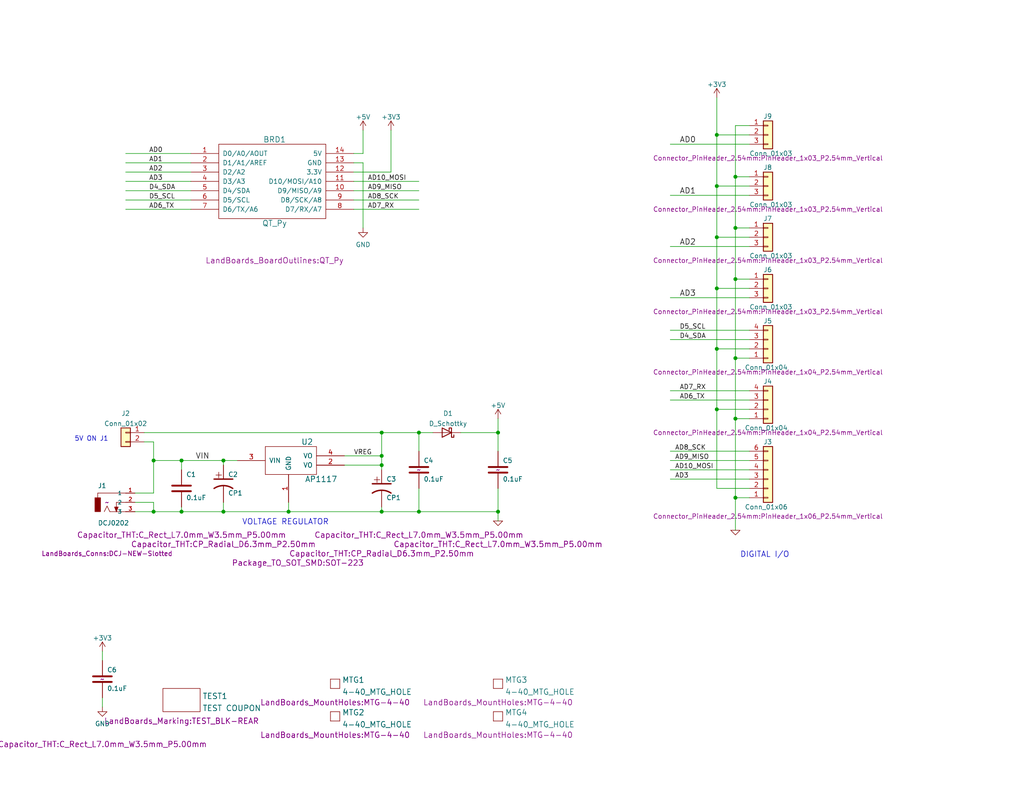
<source format=kicad_sch>
(kicad_sch (version 20211123) (generator eeschema)
  (paper "A")
  (title_block (title "QTPy49") (date "2022-06-02") (rev "1") (company "land-boards.com"))
  (lib_symbols
    (symbol "Connector_Generic:Conn_01x02" (pin_names (offset 1.016) hide)
      (property "Reference" "J" (at 0 2.54 0))
      (property "Value" "Conn_01x02" (at 0 -5.08 0))
      (symbol "Conn_01x02_1_1"
        (rectangle (start -1.27 -2.413) (end 0 -2.667) (stroke (width 0.1524)))
        (rectangle (start -1.27 0.127) (end 0 -0.127) (stroke (width 0.1524)))
        (rectangle (start -1.27 1.27) (end 1.27 -3.81) (stroke (width 0.254)) (fill (type background)))
        (pin passive line (at -5.08 0 0) (length 3.81) (name "Pin_1") (number "1"))
        (pin passive line (at -5.08 -2.54 0) (length 3.81) (name "Pin_2") (number "2"))
      )
    )
    (symbol "Connector_Generic:Conn_01x03" (pin_names (offset 1.016) hide)
      (property "Reference" "J" (at 0 5.08 0))
      (property "Value" "Conn_01x03" (at 0 -5.08 0))
      (symbol "Conn_01x03_1_1"
        (rectangle (start -1.27 -2.413) (end 0 -2.667) (stroke (width 0.1524)))
        (rectangle (start -1.27 0.127) (end 0 -0.127) (stroke (width 0.1524)))
        (rectangle (start -1.27 2.667) (end 0 2.413) (stroke (width 0.1524)))
        (rectangle (start -1.27 3.81) (end 1.27 -3.81) (stroke (width 0.254)) (fill (type background)))
        (pin passive line (at -5.08 2.54 0) (length 3.81) (name "Pin_1") (number "1"))
        (pin passive line (at -5.08 0 0) (length 3.81) (name "Pin_2") (number "2"))
        (pin passive line (at -5.08 -2.54 0) (length 3.81) (name "Pin_3") (number "3"))
      )
    )
    (symbol "Connector_Generic:Conn_01x04" (pin_names (offset 1.016) hide)
      (property "Reference" "J" (at 0 5.08 0))
      (property "Value" "Conn_01x04" (at 0 -7.62 0))
      (symbol "Conn_01x04_1_1"
        (rectangle (start -1.27 -4.953) (end 0 -5.207) (stroke (width 0.1524)))
        (rectangle (start -1.27 -2.413) (end 0 -2.667) (stroke (width 0.1524)))
        (rectangle (start -1.27 0.127) (end 0 -0.127) (stroke (width 0.1524)))
        (rectangle (start -1.27 2.667) (end 0 2.413) (stroke (width 0.1524)))
        (rectangle (start -1.27 3.81) (end 1.27 -6.35) (stroke (width 0.254)) (fill (type background)))
        (pin passive line (at -5.08 2.54 0) (length 3.81) (name "Pin_1") (number "1"))
        (pin passive line (at -5.08 0 0) (length 3.81) (name "Pin_2") (number "2"))
        (pin passive line (at -5.08 -2.54 0) (length 3.81) (name "Pin_3") (number "3"))
        (pin passive line (at -5.08 -5.08 0) (length 3.81) (name "Pin_4") (number "4"))
      )
    )
    (symbol "Connector_Generic:Conn_01x06" (pin_names (offset 1.016) hide)
      (property "Reference" "J" (at 0 7.62 0))
      (property "Value" "Conn_01x06" (at 0 -10.16 0))
      (symbol "Conn_01x06_1_1"
        (rectangle (start -1.27 -7.493) (end 0 -7.747) (stroke (width 0.1524)))
        (rectangle (start -1.27 -4.953) (end 0 -5.207) (stroke (width 0.1524)))
        (rectangle (start -1.27 -2.413) (end 0 -2.667) (stroke (width 0.1524)))
        (rectangle (start -1.27 0.127) (end 0 -0.127) (stroke (width 0.1524)))
        (rectangle (start -1.27 2.667) (end 0 2.413) (stroke (width 0.1524)))
        (rectangle (start -1.27 5.207) (end 0 4.953) (stroke (width 0.1524)))
        (rectangle (start -1.27 6.35) (end 1.27 -8.89) (stroke (width 0.254)) (fill (type background)))
        (pin passive line (at -5.08 5.08 0) (length 3.81) (name "Pin_1") (number "1"))
        (pin passive line (at -5.08 2.54 0) (length 3.81) (name "Pin_2") (number "2"))
        (pin passive line (at -5.08 0 0) (length 3.81) (name "Pin_3") (number "3"))
        (pin passive line (at -5.08 -2.54 0) (length 3.81) (name "Pin_4") (number "4"))
        (pin passive line (at -5.08 -5.08 0) (length 3.81) (name "Pin_5") (number "5"))
        (pin passive line (at -5.08 -7.62 0) (length 3.81) (name "Pin_6") (number "6"))
      )
    )
    (symbol "Device:D_Schottky" (pin_numbers hide) (pin_names (offset 1.016) hide)
      (property "Reference" "D" (at 0 2.54 0))
      (property "Value" "D_Schottky" (at 0 -2.54 0))
      (symbol "D_Schottky_0_1"
        (polyline (pts (xy 1.27 0) (xy -1.27 0)))
        (polyline (pts (xy 1.27 1.27) (xy 1.27 -1.27) (xy -1.27 0) (xy 1.27 1.27)) (stroke (width 0.254)))
        (polyline (pts (xy -1.905 0.635) (xy -1.905 1.27) (xy -1.27 1.27) (xy -1.27 -1.27) (xy -0.635 -1.27) (xy -0.635 -0.635)) (stroke (width 0.254)))
      )
      (symbol "D_Schottky_1_1"
        (pin passive line (at -3.81 0 0) (length 2.54) (name "K") (number "1"))
        (pin passive line (at 3.81 0 180) (length 2.54) (name "A") (number "2"))
      )
    )
    (symbol "LandBoards:COUPON" (pin_names (offset 1.016))
      (property "Reference" "COUP?" (at 0 0 0))
      (property "Value" "COUPON" (at 0 0 0))
      (symbol "COUPON_0_1"
        (rectangle (start -5.08 0) (end 5.08 6.35))
      )
    )
    (symbol "LandBoards:MTG_HOLE" (pin_names (offset 1.016))
      (property "Reference" "MTG?" (at 0 2.54 0))
      (property "Value" "MTG_HOLE" (at 0 -2.54 0))
      (symbol "MTG_HOLE_0_1"
        (rectangle (start -1.27 -1.27) (end 1.27 -1.27))
        (rectangle (start -1.27 1.27) (end -1.27 -1.27))
        (rectangle (start 1.27 1.27) (end -1.27 1.27))
        (rectangle (start 1.27 1.27) (end 1.27 -1.27))
      )
    )
    (symbol "QTPy49-rescue:AP1117" (pin_names (offset 1.016))
      (property "Reference" "U" (at 2.54 3.81 0))
      (property "Value" "AP1117" (at 6.35 -6.35 0))
      (symbol "AP1117_0_1"
        (polyline (pts (xy -8.89 -5.08) (xy -8.89 2.54) (xy 5.08 2.54) (xy 5.08 -5.08) (xy -8.89 -5.08)))
      )
      (symbol "AP1117_1_1"
        (pin power_in line (at -2.54 -12.7 90) (length 7.62) (name "GND") (number "1"))
        (pin passive line (at 12.7 -2.54 180) (length 7.62) (name "VO") (number "2"))
        (pin power_in line (at -16.51 -1.27 0) (length 7.62) (name "VIN") (number "3"))
        (pin power_out line (at 12.7 0 180) (length 7.62) (name "VO") (number "4"))
      )
    )
    (symbol "QTPy49-rescue:C" (pin_numbers hide) (pin_names (offset 0.254))
      (property "Reference" "C" (at 1.27 2.54 0))
      (property "Value" "C" (at 1.27 -2.54 0))
      (symbol "C_0_1"
        (polyline (pts (xy -2.54 -0.762) (xy 2.54 -0.762)) (stroke (width 0.508)))
        (polyline (pts (xy -2.54 0.762) (xy 2.54 0.762)) (stroke (width 0.508)))
      )
      (symbol "C_1_1"
        (pin passive line (at 0 5.08 270) (length 4.318) (name "~") (number "1"))
        (pin passive line (at 0 -5.08 90) (length 4.318) (name "~") (number "2"))
      )
    )
    (symbol "QTPy49-rescue:CP1" (pin_numbers hide) (pin_names (offset 0.254) hide)
      (property "Reference" "C" (at 1.27 2.54 0))
      (property "Value" "CP1" (at 1.27 -2.54 0))
      (symbol "CP1_0_0"
        (text "+" (at -1.27 2.54 0) (effects (font (size 2.032 2.032))))
      )
      (symbol "CP1_0_1"
        (polyline (pts (xy -2.54 1.27) (xy 2.54 1.27) (xy 1.27 1.27) (xy 1.27 1.27)) (stroke (width 0.381)))
        (arc (start 2.54 -1.27) (mid 0 -0.5009) (end -2.54 -1.27) (stroke (width 0.381)))
      )
      (symbol "CP1_1_1"
        (pin passive line (at 0 5.08 270) (length 3.81) (name "~") (number "1"))
        (pin passive line (at 0 -5.08 90) (length 4.572) (name "~") (number "2"))
      )
    )
    (symbol "QTPy49-rescue:DCJ0202" (pin_names (offset 1.016))
      (property "Reference" "J" (at -2.54 3.81 0))
      (property "Value" "DCJ0202" (at -2.54 -6.35 0))
      (symbol "DCJ0202_1_0"
        (polyline (pts (xy -2.54 2.54) (xy -2.54 1.27)))
        (polyline (pts (xy 0 -1.016) (xy -0.762 -2.54)))
        (polyline (pts (xy 0.762 -2.54) (xy 0 -1.016)))
        (polyline (pts (xy 2.54 -2.54) (xy 0.762 -2.54)))
        (polyline (pts (xy 2.54 0) (xy 2.54 -2.54)))
        (polyline (pts (xy 5.08 -2.54) (xy 2.54 -2.54)))
        (polyline (pts (xy 5.08 0) (xy 2.54 0)))
        (polyline (pts (xy 5.08 2.54) (xy -2.54 2.54)))
      )
      (symbol "DCJ0202_1_1"
        (rectangle (start -3.302 -2.54) (end -1.778 1.27) (fill (type outline)))
        (polyline (pts (xy 2.54 -2.54) (xy 2.032 -1.27) (xy 2.032 -1.27) (xy 3.048 -1.27) (xy 3.048 -1.27) (xy 2.54 -2.54)) (fill (type outline)))
        (pin passive line (at 7.62 2.54 180) (length 2.54) (name "1") (number "1"))
        (pin passive line (at 7.62 0 180) (length 2.54) (name "2") (number "2"))
        (pin passive line (at 7.62 -2.54 180) (length 2.54) (name "3") (number "3"))
      )
    )
    (symbol "QTPy49-rescue:GND" (power) (pin_names (offset 0))
      (symbol "GND_0_1"
        (polyline (pts (xy -1.27 0) (xy 0 -1.27) (xy 1.27 0) (xy -1.27 0)))
      )
      (symbol "GND_1_1"
        (pin power_in line (at 0 0 90) (length 0) hide (name "GND") (number "1"))
      )
    )
    (symbol "QT_Py_1" (pin_names (offset 1.016))
      (property "Reference" "BRD" (at 0 11.43 0))
      (property "Value" "QT_Py_1" (at 0 -11.43 0))
      (symbol "QT_Py_1_0_0"
        (rectangle (start -15.24 10.16) (end 13.97 -10.16))
      )
      (symbol "QT_Py_1_1_1"
        (pin bidirectional line (at -22.86 7.62 0) (length 7.62) (name "D0/A0/AOUT") (number "1"))
        (pin bidirectional line (at 21.59 -2.54 180) (length 7.62) (name "D9/MISO/A9") (number "10"))
        (pin bidirectional line (at 21.59 0 180) (length 7.62) (name "D10/MOSI/A10") (number "11"))
        (pin power_out line (at 21.59 2.54 180) (length 7.62) (name "3.3V") (number "12"))
        (pin power_in line (at 21.59 5.08 180) (length 7.62) (name "GND") (number "13"))
        (pin power_in line (at 21.59 7.62 180) (length 7.62) (name "5V") (number "14"))
        (pin bidirectional line (at -22.86 5.08 0) (length 7.62) (name "D1/A1/AREF") (number "2"))
        (pin bidirectional line (at -22.86 2.54 0) (length 7.62) (name "D2/A2") (number "3"))
        (pin bidirectional line (at -22.86 0 0) (length 7.62) (name "D3/A3") (number "4"))
        (pin bidirectional line (at -22.86 -2.54 0) (length 7.62) (name "D4/SDA") (number "5"))
        (pin bidirectional line (at -22.86 -5.08 0) (length 7.62) (name "D5/SCL") (number "6"))
        (pin bidirectional line (at -22.86 -7.62 0) (length 7.62) (name "D6/TX/A6") (number "7"))
        (pin bidirectional line (at 21.59 -7.62 180) (length 7.62) (name "D7/RX/A7") (number "8"))
        (pin bidirectional line (at 21.59 -5.08 180) (length 7.62) (name "D8/SCK/A8") (number "9"))
      )
    )
    (symbol "power:+3.3V" (power) (pin_names (offset 0))
      (property "Value" "+3.3V" (at 0 3.556 0))
      (symbol "+3.3V_0_1"
        (polyline (pts (xy -0.762 1.27) (xy 0 2.54)))
        (polyline (pts (xy 0 0) (xy 0 2.54)))
        (polyline (pts (xy 0 2.54) (xy 0.762 1.27)))
      )
      (symbol "+3.3V_1_1"
        (pin power_in line (at 0 0 90) (length 0) hide (name "+3V3") (number "1"))
      )
    )
    (symbol "power:+5V" (power) (pin_names (offset 0))
      (property "Value" "+5V" (at 0 3.556 0))
      (symbol "+5V_0_1"
        (polyline (pts (xy -0.762 1.27) (xy 0 2.54)))
        (polyline (pts (xy 0 0) (xy 0 2.54)))
        (polyline (pts (xy 0 2.54) (xy 0.762 1.27)))
      )
      (symbol "+5V_1_1"
        (pin power_in line (at 0 0 90) (length 0) hide (name "+5V") (number "1"))
      )
    )
    (symbol "power:GND" (power) (pin_names (offset 0))
      (property "Value" "GND" (at 0 -3.81 0))
      (symbol "GND_0_1"
        (polyline (pts (xy 0 0) (xy 0 -1.27) (xy 1.27 -1.27) (xy 0 -2.54) (xy -1.27 -1.27) (xy 0 -1.27)))
      )
      (symbol "GND_1_1"
        (pin power_in line (at 0 0 270) (length 0) hide (name "GND") (number "1"))
      )
    )
  )
  (junction (at 104.14 127))
  (junction (at 195.58 78.74))
  (junction (at 104.14 124.46))
  (junction (at 49.53 139.7))
  (junction (at 135.89 139.7))
  (junction (at 104.14 139.7))
  (junction (at 78.74 139.7))
  (junction (at 200.66 62.23))
  (junction (at 195.58 36.83))
  (junction (at 195.58 64.77))
  (junction (at 114.3 118.11))
  (junction (at 60.96 125.73))
  (junction (at 200.66 97.79))
  (junction (at 49.53 125.73))
  (junction (at 195.58 50.8))
  (junction (at 135.89 118.11))
  (junction (at 200.66 135.89))
  (junction (at 114.3 139.7))
  (junction (at 41.91 139.7))
  (junction (at 195.58 95.25))
  (junction (at 200.66 114.3))
  (junction (at 200.66 76.2))
  (junction (at 200.66 48.26))
  (junction (at 41.91 125.73))
  (junction (at 60.96 139.7))
  (junction (at 195.58 111.76))
  (junction (at 104.14 118.11))
  (wire (pts (xy 49.53 139.7) (xy 60.96 139.7)))
  (wire (pts (xy 200.66 97.79) (xy 200.66 114.3)))
  (wire (pts (xy 34.29 44.45) (xy 52.07 44.45)))
  (wire (pts (xy 204.47 128.27) (xy 182.88 128.27)))
  (wire (pts (xy 96.52 49.53) (xy 114.3 49.53)))
  (wire (pts (xy 204.47 81.28) (xy 182.88 81.28)))
  (wire (pts (xy 34.29 46.99) (xy 52.07 46.99)))
  (wire (pts (xy 200.66 114.3) (xy 200.66 135.89)))
  (wire (pts (xy 78.74 139.7) (xy 78.74 137.16)))
  (wire (pts (xy 96.52 41.91) (xy 99.06 41.91)))
  (wire (pts (xy 27.94 190.5) (xy 27.94 193.04)))
  (wire (pts (xy 106.68 35.56) (xy 106.68 46.99)))
  (wire (pts (xy 204.47 90.17) (xy 182.88 90.17)))
  (wire (pts (xy 114.3 118.11) (xy 118.11 118.11)))
  (wire (pts (xy 93.98 124.46) (xy 104.14 124.46)))
  (wire (pts (xy 204.47 106.68) (xy 182.88 106.68)))
  (wire (pts (xy 41.91 120.65) (xy 41.91 125.73)))
  (wire (pts (xy 104.14 138.43) (xy 104.14 139.7)))
  (wire (pts (xy 200.66 135.89) (xy 204.47 135.89)))
  (wire (pts (xy 104.14 124.46) (xy 104.14 118.11)))
  (wire (pts (xy 195.58 111.76) (xy 195.58 133.35)))
  (wire (pts (xy 135.89 123.19) (xy 135.89 118.11)))
  (wire (pts (xy 204.47 39.37) (xy 182.88 39.37)))
  (wire (pts (xy 96.52 54.61) (xy 114.3 54.61)))
  (wire (pts (xy 99.06 44.45) (xy 99.06 62.23)))
  (wire (pts (xy 104.14 127) (xy 104.14 128.27)))
  (wire (pts (xy 36.83 134.62) (xy 41.91 134.62)))
  (wire (pts (xy 49.53 125.73) (xy 60.96 125.73)))
  (wire (pts (xy 195.58 78.74) (xy 195.58 95.25)))
  (wire (pts (xy 200.66 135.89) (xy 200.66 144.78)))
  (wire (pts (xy 60.96 139.7) (xy 60.96 137.16)))
  (wire (pts (xy 34.29 52.07) (xy 52.07 52.07)))
  (wire (pts (xy 34.29 49.53) (xy 52.07 49.53)))
  (wire (pts (xy 41.91 125.73) (xy 49.53 125.73)))
  (wire (pts (xy 200.66 62.23) (xy 200.66 76.2)))
  (wire (pts (xy 135.89 139.7) (xy 135.89 133.35)))
  (wire (pts (xy 204.47 78.74) (xy 195.58 78.74)))
  (wire (pts (xy 204.47 53.34) (xy 182.88 53.34)))
  (wire (pts (xy 204.47 130.81) (xy 182.88 130.81)))
  (wire (pts (xy 96.52 52.07) (xy 114.3 52.07)))
  (wire (pts (xy 200.66 97.79) (xy 204.47 97.79)))
  (wire (pts (xy 104.14 139.7) (xy 114.3 139.7)))
  (wire (pts (xy 195.58 26.67) (xy 195.58 36.83)))
  (wire (pts (xy 96.52 44.45) (xy 99.06 44.45)))
  (wire (pts (xy 96.52 46.99) (xy 106.68 46.99)))
  (wire (pts (xy 195.58 36.83) (xy 195.58 50.8)))
  (wire (pts (xy 114.3 118.11) (xy 114.3 123.19)))
  (wire (pts (xy 27.94 177.8) (xy 27.94 180.34)))
  (wire (pts (xy 200.66 34.29) (xy 204.47 34.29)))
  (wire (pts (xy 200.66 114.3) (xy 204.47 114.3)))
  (wire (pts (xy 200.66 62.23) (xy 204.47 62.23)))
  (wire (pts (xy 104.14 118.11) (xy 114.3 118.11)))
  (wire (pts (xy 204.47 109.22) (xy 182.88 109.22)))
  (wire (pts (xy 204.47 48.26) (xy 200.66 48.26)))
  (wire (pts (xy 200.66 76.2) (xy 200.66 97.79)))
  (wire (pts (xy 96.52 57.15) (xy 114.3 57.15)))
  (wire (pts (xy 135.89 139.7) (xy 135.89 142.24)))
  (wire (pts (xy 99.06 35.56) (xy 99.06 41.91)))
  (wire (pts (xy 104.14 127) (xy 93.98 127)))
  (wire (pts (xy 195.58 111.76) (xy 204.47 111.76)))
  (wire (pts (xy 60.96 125.73) (xy 64.77 125.73)))
  (wire (pts (xy 204.47 36.83) (xy 195.58 36.83)))
  (wire (pts (xy 200.66 34.29) (xy 200.66 48.26)))
  (wire (pts (xy 60.96 125.73) (xy 60.96 127)))
  (wire (pts (xy 34.29 41.91) (xy 52.07 41.91)))
  (wire (pts (xy 204.47 125.73) (xy 182.88 125.73)))
  (wire (pts (xy 204.47 50.8) (xy 195.58 50.8)))
  (wire (pts (xy 114.3 139.7) (xy 135.89 139.7)))
  (wire (pts (xy 204.47 67.31) (xy 182.88 67.31)))
  (wire (pts (xy 41.91 134.62) (xy 41.91 125.73)))
  (wire (pts (xy 41.91 139.7) (xy 49.53 139.7)))
  (wire (pts (xy 39.37 120.65) (xy 41.91 120.65)))
  (wire (pts (xy 195.58 133.35) (xy 204.47 133.35)))
  (wire (pts (xy 39.37 118.11) (xy 104.14 118.11)))
  (wire (pts (xy 200.66 48.26) (xy 200.66 62.23)))
  (wire (pts (xy 49.53 139.7) (xy 49.53 138.43)))
  (wire (pts (xy 60.96 139.7) (xy 78.74 139.7)))
  (wire (pts (xy 204.47 76.2) (xy 200.66 76.2)))
  (wire (pts (xy 49.53 128.27) (xy 49.53 125.73)))
  (wire (pts (xy 125.73 118.11) (xy 135.89 118.11)))
  (wire (pts (xy 36.83 137.16) (xy 41.91 137.16)))
  (wire (pts (xy 195.58 50.8) (xy 195.58 64.77)))
  (wire (pts (xy 204.47 92.71) (xy 182.88 92.71)))
  (wire (pts (xy 36.83 139.7) (xy 41.91 139.7)))
  (wire (pts (xy 204.47 64.77) (xy 195.58 64.77)))
  (wire (pts (xy 195.58 95.25) (xy 204.47 95.25)))
  (wire (pts (xy 204.47 123.19) (xy 182.88 123.19)))
  (wire (pts (xy 195.58 95.25) (xy 195.58 111.76)))
  (wire (pts (xy 34.29 54.61) (xy 52.07 54.61)))
  (wire (pts (xy 135.89 114.3) (xy 135.89 118.11)))
  (wire (pts (xy 34.29 57.15) (xy 52.07 57.15)))
  (wire (pts (xy 195.58 64.77) (xy 195.58 78.74)))
  (wire (pts (xy 114.3 133.35) (xy 114.3 139.7)))
  (wire (pts (xy 41.91 137.16) (xy 41.91 139.7)))
  (wire (pts (xy 78.74 139.7) (xy 104.14 139.7)))
  (wire (pts (xy 104.14 124.46) (xy 104.14 127)))
  (text "DIGITAL I/O" (at 201.93 152.4 0) (effects (font (size 1.524 1.524)) (justify left bottom)))
  (text "5V ON J1" (at 20.32 120.65 0) (effects (font (size 1.27 1.27)) (justify left bottom)))
  (text "VOLTAGE REGULATOR" (at 66.04 143.51 0) (effects (font (size 1.524 1.524)) (justify left bottom)))
  (label "AD8_SCK" (at 184.15 123.19 0))
  (label "VIN" (at 53.34 125.73 0) (effects (font (size 1.524 1.524))))
  (label "AD3" (at 185.42 81.28 0) (effects (font (size 1.524 1.524))))
  (label "AD6_TX" (at 185.42 109.22 0))
  (label "D5_SCL" (at 185.42 90.17 0))
  (label "AD7_RX" (at 185.42 106.68 0))
  (label "AD8_SCK" (at 100.33 54.61 0))
  (label "AD9_MISO" (at 184.15 125.73 0))
  (label "D4_SDA" (at 40.64 52.07 0))
  (label "AD1" (at 185.42 53.34 0) (effects (font (size 1.524 1.524))))
  (label "AD10_MOSI" (at 184.15 128.27 0))
  (label "AD6_TX" (at 40.64 57.15 0))
  (label "AD2" (at 40.64 46.99 0))
  (label "AD3" (at 40.64 49.53 0))
  (label "AD9_MISO" (at 100.33 52.07 0))
  (label "D4_SDA" (at 185.42 92.71 0))
  (label "AD3" (at 184.15 130.81 0))
  (label "AD0" (at 185.42 39.37 0) (effects (font (size 1.524 1.524))))
  (label "AD2" (at 185.42 67.31 0) (effects (font (size 1.524 1.524))))
  (label "VREG" (at 96.52 124.46 0))
  (label "D5_SCL" (at 40.64 54.61 0))
  (label "AD7_RX" (at 100.33 57.15 0))
  (label "AD1" (at 40.64 44.45 0))
  (label "AD0" (at 40.64 41.91 0))
  (label "AD10_MOSI" (at 100.33 49.53 0))
  (symbol (lib_id "QTPy49-rescue:AP1117") (at 81.28 124.46 0) (unit 1)
    (property "Reference" "U2" (at 83.82 120.65 0) (effects (font (size 1.524 1.524))))
    (property "Value" "AP1117" (at 87.63 130.81 0) (effects (font (size 1.524 1.524))))
    (property "Footprint" "Package_TO_SOT_SMD:SOT-223" (at 81.28 153.67 0) (effects (font (size 1.524 1.524))))
  )
  (symbol (lib_id "QTPy49-rescue:GND") (at 200.66 144.78 0) (unit 1)
    (property "Reference" "#PWR04" (effects hide))
    (property "Value" "GND" (effects hide))
  )
  (symbol (lib_id "QTPy49-rescue:DCJ0202") (at 29.21 137.16 0) (unit 1)
    (property "Reference" "J1" (at 26.67 133.35 0) (effects (justify left bottom)))
    (property "Value" "DCJ0202" (at 26.67 143.51 0) (effects (justify left bottom)))
    (property "Footprint" "LandBoards_Conns:DCJ-NEW-Slotted" (at 29.21 151.13 0))
    (property "Datasheet" "~" (at 29.21 137.16 0) (effects (font (size 1.524 1.524))))
  )
  (symbol (lib_id "QTPy49-rescue:GND") (at 135.89 142.24 0) (unit 1)
    (property "Reference" "#PWR015" (effects hide))
    (property "Value" "GND" (effects hide))
  )
  (symbol (lib_id "QTPy49-rescue:C") (at 135.89 128.27 0) (unit 1)
    (property "Reference" "C5" (at 137.16 125.73 0) (effects (justify left)))
    (property "Value" "0.1uF" (at 137.16 130.81 0) (effects (justify left)))
    (property "Footprint" "Capacitor_THT:C_Rect_L7.0mm_W3.5mm_P5.00mm" (at 135.89 148.59 0) (effects (font (size 1.524 1.524))))
    (property "Datasheet" "~" (at 135.89 128.27 0) (effects (font (size 1.524 1.524))))
  )
  (symbol (lib_id "QTPy49-rescue:CP1") (at 60.96 132.08 0) (unit 1)
    (property "Reference" "C2" (at 62.23 129.54 0) (effects (justify left)))
    (property "Value" "CP1" (at 62.23 134.62 0) (effects (justify left)))
    (property "Footprint" "Capacitor_THT:CP_Radial_D6.3mm_P2.50mm" (at 60.96 148.59 0) (effects (font (size 1.524 1.524))))
  )
  (symbol (lib_id "QTPy49-rescue:CP1") (at 104.14 133.35 0) (unit 1)
    (property "Reference" "C3" (at 105.41 130.81 0) (effects (justify left)))
    (property "Value" "CP1" (at 105.41 135.89 0) (effects (justify left)))
    (property "Footprint" "Capacitor_THT:CP_Radial_D6.3mm_P2.50mm" (at 104.14 151.13 0) (effects (font (size 1.524 1.524))))
  )
  (symbol (lib_id "Connector_Generic:Conn_01x03") (at 209.55 78.74 0) (unit 1)
    (property "Reference" "J6" (at 208.28 73.66 0) (effects (justify left)))
    (property "Value" "Conn_01x03" (at 204.47 83.82 0) (effects (justify left)))
    (property "Footprint" "Connector_PinHeader_2.54mm:PinHeader_1x03_P2.54mm_Vertical" (at 209.55 85.09 0))
  )
  (symbol (lib_id "Device:D_Schottky") (at 121.92 118.11 180) (unit 1)
    (property "Reference" "D1" (at 122.2375 112.8735 0))
    (property "Value" "D_Schottky" (at 122.2375 115.6486 0))
    (property "Footprint" "Diode_THT:D_DO-41_SOD81_P10.16mm_Horizontal" (effects hide))
  )
  (symbol (lib_id "Connector_Generic:Conn_01x04") (at 209.55 95.25 0) (mirror x) (unit 1)
    (property "Reference" "J5" (at 208.28 87.63 0) (effects (justify left)))
    (property "Value" "Conn_01x04" (at 203.2 100.33 0) (effects (justify left)))
    (property "Footprint" "Connector_PinHeader_2.54mm:PinHeader_1x04_P2.54mm_Vertical" (at 209.55 101.6 0))
  )
  (symbol (lib_id "LandBoards:MTG_HOLE") (at 91.44 186.69 0) (unit 1)
    (property "Reference" "MTG1" (at 93.345 185.6253 0) (effects (font (size 1.524 1.524)) (justify left)))
    (property "Value" "4-40_MTG_HOLE" (at 93.345 188.9043 0) (effects (font (size 1.524 1.524)) (justify left)))
    (property "Footprint" "LandBoards_MountHoles:MTG-4-40" (at 91.44 191.77 0) (effects (font (size 1.524 1.524))))
  )
  (symbol (lib_id "Connector_Generic:Conn_01x02") (at 34.29 118.11 0) (mirror y) (unit 1)
    (property "Reference" "J2" (at 34.29 112.8735 0))
    (property "Value" "Conn_01x02" (at 34.29 115.6486 0))
    (property "Footprint" "Connector_PinHeader_2.54mm:PinHeader_1x02_P2.54mm_Vertical" (effects hide))
  )
  (symbol (lib_id "QTPy49-rescue:C") (at 114.3 128.27 0) (unit 1)
    (property "Reference" "C4" (at 115.57 125.73 0) (effects (justify left)))
    (property "Value" "0.1uF" (at 115.57 130.81 0) (effects (justify left)))
    (property "Footprint" "Capacitor_THT:C_Rect_L7.0mm_W3.5mm_P5.00mm" (at 114.3 146.05 0) (effects (font (size 1.524 1.524))))
    (property "Datasheet" "~" (at 114.3 128.27 0) (effects (font (size 1.524 1.524))))
  )
  (symbol (lib_id "power:+3.3V") (at 195.58 26.67 0) (unit 1)
    (property "Reference" "#PWR0104" (effects hide))
    (property "Value" "+3.3V" (at 195.58 23.0655 0))
  )
  (symbol (lib_name "QT_Py_1") (lib_id "LandBoards_Cards:QT_Py") (at 74.93 49.53 0) (unit 1)
    (property "Reference" "BRD1" (at 74.93 38.1 0) (effects (font (size 1.524 1.524))))
    (property "Value" "QT_Py" (at 74.93 60.96 0) (effects (font (size 1.524 1.524))))
    (property "Footprint" "LandBoards_BoardOutlines:QT_Py" (at 74.93 71.12 0) (effects (font (size 1.524 1.524))))
  )
  (symbol (lib_id "power:+3.3V") (at 27.94 177.8 0) (unit 1)
    (property "Reference" "#PWR0107" (effects hide))
    (property "Value" "+3.3V" (at 27.94 174.1955 0))
  )
  (symbol (lib_id "QTPy49-rescue:C") (at 49.53 133.35 0) (unit 1)
    (property "Reference" "C1" (at 50.8 129.54 0) (effects (justify left)))
    (property "Value" "0.1uF" (at 50.8 135.89 0) (effects (justify left)))
    (property "Footprint" "Capacitor_THT:C_Rect_L7.0mm_W3.5mm_P5.00mm" (at 49.53 146.05 0) (effects (font (size 1.524 1.524))))
  )
  (symbol (lib_id "power:+3.3V") (at 106.68 35.56 0) (unit 1)
    (property "Reference" "#PWR0101" (effects hide))
    (property "Value" "+3.3V" (at 106.68 31.9555 0))
  )
  (symbol (lib_id "power:+5V") (at 135.89 114.3 0) (unit 1)
    (property "Reference" "#PWR0105" (effects hide))
    (property "Value" "+5V" (at 135.89 110.6955 0))
  )
  (symbol (lib_id "Connector_Generic:Conn_01x03") (at 209.55 50.8 0) (unit 1)
    (property "Reference" "J8" (at 208.28 45.72 0) (effects (justify left)))
    (property "Value" "Conn_01x03" (at 204.47 55.88 0) (effects (justify left)))
    (property "Footprint" "Connector_PinHeader_2.54mm:PinHeader_1x03_P2.54mm_Vertical" (at 209.55 57.15 0))
  )
  (symbol (lib_id "Connector_Generic:Conn_01x06") (at 209.55 130.81 0) (mirror x) (unit 1)
    (property "Reference" "J3" (at 208.28 120.65 0) (effects (justify left)))
    (property "Value" "Conn_01x06" (at 203.2 138.43 0) (effects (justify left)))
    (property "Footprint" "Connector_PinHeader_2.54mm:PinHeader_1x06_P2.54mm_Vertical" (at 209.55 140.97 0))
  )
  (symbol (lib_id "Connector_Generic:Conn_01x03") (at 209.55 36.83 0) (unit 1)
    (property "Reference" "J9" (at 208.28 31.75 0) (effects (justify left)))
    (property "Value" "Conn_01x03" (at 204.47 41.91 0) (effects (justify left)))
    (property "Footprint" "Connector_PinHeader_2.54mm:PinHeader_1x03_P2.54mm_Vertical" (at 209.55 43.18 0))
  )
  (symbol (lib_id "LandBoards:COUPON") (at 49.53 194.31 0) (unit 1)
    (property "Reference" "TEST1" (at 55.245 190.0703 0) (effects (font (size 1.524 1.524)) (justify left)))
    (property "Value" "TEST COUPON" (at 55.245 193.3493 0) (effects (font (size 1.524 1.524)) (justify left)))
    (property "Footprint" "LandBoards_Marking:TEST_BLK-REAR" (at 49.53 196.85 0) (effects (font (size 1.524 1.524))))
  )
  (symbol (lib_id "QTPy49-rescue:C") (at 27.94 185.42 0) (unit 1)
    (property "Reference" "C6" (at 29.21 182.88 0) (effects (justify left)))
    (property "Value" "0.1uF" (at 29.21 187.96 0) (effects (justify left)))
    (property "Footprint" "Capacitor_THT:C_Rect_L7.0mm_W3.5mm_P5.00mm" (at 27.94 203.2 0) (effects (font (size 1.524 1.524))))
    (property "Datasheet" "~" (at 27.94 185.42 0) (effects (font (size 1.524 1.524))))
  )
  (symbol (lib_id "Connector_Generic:Conn_01x03") (at 209.55 64.77 0) (unit 1)
    (property "Reference" "J7" (at 208.28 59.69 0) (effects (justify left)))
    (property "Value" "Conn_01x03" (at 204.47 69.85 0) (effects (justify left)))
    (property "Footprint" "Connector_PinHeader_2.54mm:PinHeader_1x03_P2.54mm_Vertical" (at 209.55 71.12 0))
  )
  (symbol (lib_id "LandBoards:MTG_HOLE") (at 135.89 195.58 0) (unit 1)
    (property "Reference" "MTG4" (at 137.795 194.5153 0) (effects (font (size 1.524 1.524)) (justify left)))
    (property "Value" "4-40_MTG_HOLE" (at 137.795 197.7943 0) (effects (font (size 1.524 1.524)) (justify left)))
    (property "Footprint" "LandBoards_MountHoles:MTG-4-40" (at 135.89 200.66 0) (effects (font (size 1.524 1.524))))
  )
  (symbol (lib_id "LandBoards:MTG_HOLE") (at 135.89 186.69 0) (unit 1)
    (property "Reference" "MTG3" (at 137.795 185.6253 0) (effects (font (size 1.524 1.524)) (justify left)))
    (property "Value" "4-40_MTG_HOLE" (at 137.795 188.9043 0) (effects (font (size 1.524 1.524)) (justify left)))
    (property "Footprint" "LandBoards_MountHoles:MTG-4-40" (at 135.89 191.77 0) (effects (font (size 1.524 1.524))))
  )
  (symbol (lib_id "LandBoards:MTG_HOLE") (at 91.44 195.58 0) (unit 1)
    (property "Reference" "MTG2" (at 93.345 194.5153 0) (effects (font (size 1.524 1.524)) (justify left)))
    (property "Value" "4-40_MTG_HOLE" (at 93.345 197.7943 0) (effects (font (size 1.524 1.524)) (justify left)))
    (property "Footprint" "LandBoards_MountHoles:MTG-4-40" (at 91.44 200.66 0) (effects (font (size 1.524 1.524))))
  )
  (symbol (lib_id "Connector_Generic:Conn_01x04") (at 209.55 111.76 0) (mirror x) (unit 1)
    (property "Reference" "J4" (at 208.28 104.14 0) (effects (justify left)))
    (property "Value" "Conn_01x04" (at 203.2 116.84 0) (effects (justify left)))
    (property "Footprint" "Connector_PinHeader_2.54mm:PinHeader_1x04_P2.54mm_Vertical" (at 209.55 118.11 0))
  )
  (symbol (lib_id "power:+5V") (at 99.06 35.56 0) (unit 1)
    (property "Reference" "#PWR0102" (effects hide))
    (property "Value" "+5V" (at 99.06 31.9555 0))
  )
  (symbol (lib_id "power:GND") (at 99.06 62.23 0) (unit 1)
    (property "Reference" "#PWR0103" (effects hide))
    (property "Value" "GND" (at 99.06 66.7925 0))
  )
  (symbol (lib_id "power:GND") (at 27.94 193.04 0) (unit 1)
    (property "Reference" "#PWR0106" (effects hide))
    (property "Value" "GND" (at 27.94 197.6025 0))
  )
)
</source>
